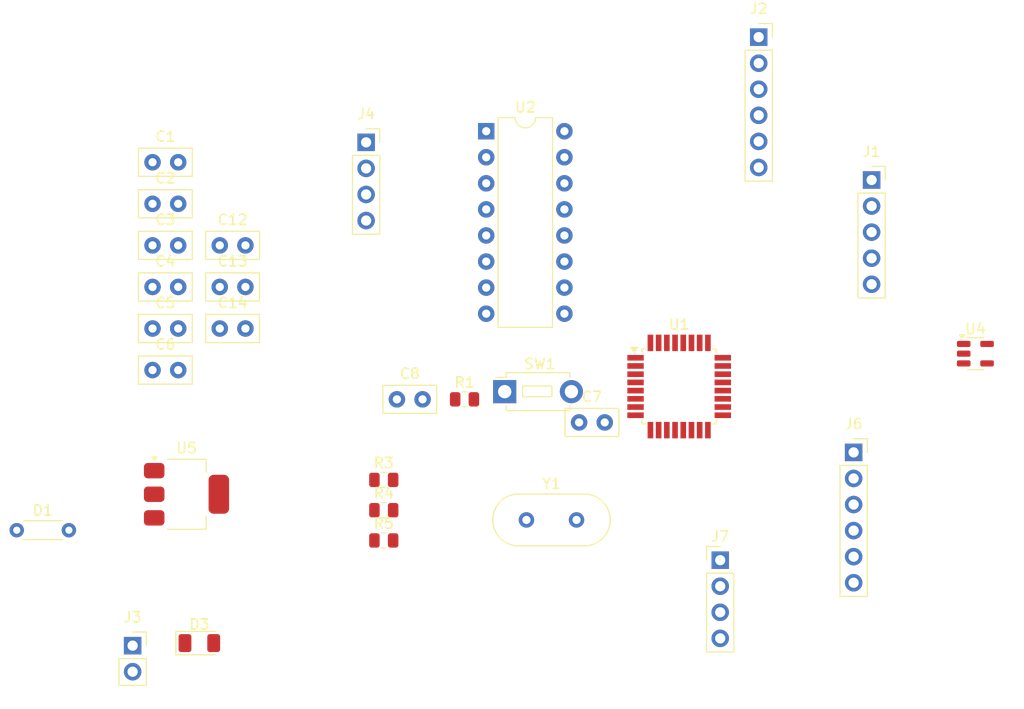
<source format=kicad_pcb>
(kicad_pcb (version 20240108) (generator "pcbnew") (generator_version "8.0")
  (layers (0 "F.Cu" signal) (31 "B.Cu" signal) (34 "B.Paste" user) (35 "F.Paste" user) (36 "B.SilkS" user "B.Silkscreen") (37 "F.SilkS" user "F.Silkscreen") (38 "B.Mask" user) (39 "F.Mask" user) (44 "Edge.Cuts" user))
  (net 0 "")
  (net 1 "GND")
  (net 2 "+5V")
  (net 3 "Net-(U1-AREF)")
  (net 4 "+3V3")
  (net 5 "XTAL1_CONN")
  (net 6 "XTAL2_CONN")
  (net 7 "RESET_CONN")
  (net 8 "+7.2V")
  (net 9 "Net-(D1-A)")
  (net 10 "Net-(D3-A)")
  (net 11 "PD2")
  (net 12 "SCL_CONN")
  (net 13 "SDA_CONN")
  (net 14 "A6")
  (net 15 "A1")
  (net 16 "A7")
  (net 17 "A3")
  (net 18 "A2")
  (net 19 "A0")
  (net 20 "ENGINE_RIGHT_VCC")
  (net 21 "ENGINE_LEFT_VCC")
  (net 22 "ENGINE_LEFT_GND")
  (net 23 "ENGINE_RIGHT_GND")
  (net 24 "SCK")
  (net 25 "MISO")
  (net 26 "MOSI")
  (net 27 "CS")
  (net 28 "RX_CONN")
  (net 29 "TX_CONN")
  (net 30 "PD6")
  (net 31 "PD5")
  (net 32 "PB0")
  (net 33 "PD4")
  (net 34 "PD7")
  (net 35 "PB1")
  (net 36 "PD3")
  (footprint "LED_SMD:LED_1206_3216Metric" (layer "F.Cu") (at 123.25 109.25)
    (property "Reference" "D3" (at 0 -1.82 0) (layer "F.SilkS"))
    (property "Value" "LED")
    (fp_line (start -2.285 -1.135) (end -2.285 1.135) (stroke (width 0.12)) (layer "F.SilkS"))
    (fp_line (start -2.285 1.135) (end 1.6 1.135) (stroke (width 0.12)) (layer "F.SilkS"))
    (fp_line (start 1.6 -1.135) (end -2.285 -1.135) (stroke (width 0.12)) (layer "F.SilkS"))
    (pad "1" smd roundrect (at -1.4 0) (size 1.25 1.75) (layers "F.Cu" "F.Paste" "F.Mask") (roundrect_rratio 0.2) (net 1 "GND"))
    (pad "2" smd roundrect (at 1.4 0) (size 1.25 1.75) (layers "F.Cu" "F.Paste" "F.Mask") (roundrect_rratio 0.2) (net 10 "Net-(D3-A)"))
  )
  (footprint "Package_QFP:TQFP-32_7x7mm_P0.8mm" (layer "F.Cu") (at 170 84.25)
    (property "Reference" "U1" (at 0 -6.05 0) (layer "F.SilkS"))
    (property "Value" "ATmega328P-A")
    (fp_line (start -3.625 -3.625) (end -3.625 -3.4) (stroke (width 0.15)) (layer "F.SilkS"))
    (fp_line (start -3.625 -3.625) (end -3.3 -3.625) (stroke (width 0.15)) (layer "F.SilkS"))
    (fp_line (start -3.625 3.625) (end -3.625 3.3) (stroke (width 0.15)) (layer "F.SilkS"))
    (fp_line (start -3.625 3.625) (end -3.3 3.625) (stroke (width 0.15)) (layer "F.SilkS"))
    (fp_line (start 3.625 -3.625) (end 3.3 -3.625) (stroke (width 0.15)) (layer "F.SilkS"))
    (fp_line (start 3.625 -3.625) (end 3.625 -3.3) (stroke (width 0.15)) (layer "F.SilkS"))
    (fp_line (start 3.625 3.625) (end 3.3 3.625) (stroke (width 0.15)) (layer "F.SilkS"))
    (fp_line (start 3.625 3.625) (end 3.625 3.3) (stroke (width 0.15)) (layer "F.SilkS"))
    (fp_poly (pts (xy -4.39 -3.34) (xy -4.73 -3.81) (xy -4.05 -3.81) (xy -4.39 -3.34)) (stroke (width 0.12)) (fill solid) (layer "F.SilkS"))
    (pad "1" smd rect (at -4.25 -2.8) (size 1.6 0.55) (layers "F.Cu" "F.Paste" "F.Mask") (net 36 "PD3"))
    (pad "2" smd rect (at -4.25 -2) (size 1.6 0.55) (layers "F.Cu" "F.Paste" "F.Mask") (net 33 "PD4"))
    (pad "3" smd rect (at -4.25 -1.2) (size 1.6 0.55) (layers "F.Cu" "F.Paste" "F.Mask") (net 1 "GND"))
    (pad "4" smd rect (at -4.25 -0.4) (size 1.6 0.55) (layers "F.Cu" "F.Paste" "F.Mask") (net 2 "+5V"))
    (pad "5" smd rect (at -4.25 0.4) (size 1.6 0.55) (layers "F.Cu" "F.Paste" "F.Mask") (net 1 "GND"))
    (pad "6" smd rect (at -4.25 1.2) (size 1.6 0.55) (layers "F.Cu" "F.Paste" "F.Mask") (net 2 "+5V"))
    (pad "7" smd rect (at -4.25 2) (size 1.6 0.55) (layers "F.Cu" "F.Paste" "F.Mask") (net 5 "XTAL1_CONN"))
    (pad "8" smd rect (at -4.25 2.8) (size 1.6 0.55) (layers "F.Cu" "F.Paste" "F.Mask") (net 6 "XTAL2_CONN"))
    (pad "9" smd rect (at -2.8 4.25 90) (size 1.6 0.55) (layers "F.Cu" "F.Paste" "F.Mask") (net 31 "PD5"))
    (pad "10" smd rect (at -2 4.25 90) (size 1.6 0.55) (layers "F.Cu" "F.Paste" "F.Mask") (net 30 "PD6"))
    (pad "11" smd rect (at -1.2 4.25 90) (size 1.6 0.55) (layers "F.Cu" "F.Paste" "F.Mask") (net 34 "PD7"))
    (pad "12" smd rect (at -0.4 4.25 90) (size 1.6 0.55) (layers "F.Cu" "F.Paste" "F.Mask") (net 32 "PB0"))
    (pad "13" smd rect (at 0.4 4.25 90) (size 1.6 0.55) (layers "F.Cu" "F.Paste" "F.Mask") (net 35 "PB1"))
    (pad "14" smd rect (at 1.2 4.25 90) (size 1.6 0.55) (layers "F.Cu" "F.Paste" "F.Mask") (net 27 "CS"))
    (pad "15" smd rect (at 2 4.25 90) (size 1.6 0.55) (layers "F.Cu" "F.Paste" "F.Mask") (net 26 "MOSI"))
    (pad "16" smd rect (at 2.8 4.25 90) (size 1.6 0.55) (layers "F.Cu" "F.Paste" "F.Mask") (net 25 "MISO"))
    (pad "17" smd rect (at 4.25 2.8) (size 1.6 0.55) (layers "F.Cu" "F.Paste" "F.Mask") (net 24 "SCK"))
    (pad "18" smd rect (at 4.25 2) (size 1.6 0.55) (layers "F.Cu" "F.Paste" "F.Mask") (net 2 "+5V"))
    (pad "19" smd rect (at 4.25 1.2) (size 1.6 0.55) (layers "F.Cu" "F.Paste" "F.Mask") (net 14 "A6"))
    (pad "20" smd rect (at 4.25 0.4) (size 1.6 0.55) (layers "F.Cu" "F.Paste" "F.Mask") (net 3 "Net-(U1-AREF)"))
    (pad "21" smd rect (at 4.25 -0.4) (size 1.6 0.55) (layers "F.Cu" "F.Paste" "F.Mask") (net 1 "GND"))
    (pad "22" smd rect (at 4.25 -1.2) (size 1.6 0.55) (layers "F.Cu" "F.Paste" "F.Mask") (net 16 "A7"))
    (pad "23" smd rect (at 4.25 -2) (size 1.6 0.55) (layers "F.Cu" "F.Paste" "F.Mask") (net 19 "A0"))
    (pad "24" smd rect (at 4.25 -2.8) (size 1.6 0.55) (layers "F.Cu" "F.Paste" "F.Mask") (net 15 "A1"))
    (pad "25" smd rect (at 2.8 -4.25 90) (size 1.6 0.55) (layers "F.Cu" "F.Paste" "F.Mask") (net 18 "A2"))
    (pad "26" smd rect (at 2 -4.25 90) (size 1.6 0.55) (layers "F.Cu" "F.Paste" "F.Mask") (net 17 "A3"))
    (pad "27" smd rect (at 1.2 -4.25 90) (size 1.6 0.55) (layers "F.Cu" "F.Paste" "F.Mask") (net 13 "SDA_CONN"))
    (pad "28" smd rect (at 0.4 -4.25 90) (size 1.6 0.55) (layers "F.Cu" "F.Paste" "F.Mask") (net 12 "SCL_CONN"))
    (pad "29" smd rect (at -0.4 -4.25 90) (size 1.6 0.55) (layers "F.Cu" "F.Paste" "F.Mask") (net 7 "RESET_CONN"))
    (pad "30" smd rect (at -1.2 -4.25 90) (size 1.6 0.55) (layers "F.Cu" "F.Paste" "F.Mask") (net 28 "RX_CONN"))
    (pad "31" smd rect (at -2 -4.25 90) (size 1.6 0.55) (layers "F.Cu" "F.Paste" "F.Mask") (net 29 "TX_CONN"))
    (pad "32" smd rect (at -2.8 -4.25 90) (size 1.6 0.55) (layers "F.Cu" "F.Paste" "F.Mask") (net 11 "PD2"))
  )
  (footprint "Capacitor_THT:C_Disc_D5.0mm_W2.5mm_P2.50mm" (layer "F.Cu") (at 125.24 74.55)
    (property "Reference" "C13" (at 1.25 -2.5 0) (layer "F.SilkS"))
    (property "Value" "47uF")
    (fp_line (start -1.37 -1.37) (end -1.37 1.37) (stroke (width 0.12)) (layer "F.SilkS"))
    (fp_line (start -1.37 -1.37) (end 3.87 -1.37) (stroke (width 0.12)) (layer "F.SilkS"))
    (fp_line (start -1.37 1.37) (end 3.87 1.37) (stroke (width 0.12)) (layer "F.SilkS"))
    (fp_line (start 3.87 -1.37) (end 3.87 1.37) (stroke (width 0.12)) (layer "F.SilkS"))
    (pad "1" thru_hole circle (at 0 0) (size 1.6 1.6) (drill 0.8) (layers "*.Cu" "*.Mask") (net 1 "GND"))
    (pad "2" thru_hole circle (at 2.5 0) (size 1.6 1.6) (drill 0.8) (layers "*.Cu" "*.Mask") (net 2 "+5V"))
  )
  (footprint "Resistor_SMD:R_0805_2012Metric" (layer "F.Cu") (at 149.0875 85.5)
    (property "Reference" "R1" (at 0 -1.65 0) (layer "F.SilkS"))
    (property "Value" "10k")
    (fp_line (start -0.227064 -0.735) (end 0.227064 -0.735) (stroke (width 0.12)) (layer "F.SilkS"))
    (fp_line (start -0.227064 0.735) (end 0.227064 0.735) (stroke (width 0.12)) (layer "F.SilkS"))
    (pad "1" smd roundrect (at -0.9125 0) (size 1.025 1.4) (layers "F.Cu" "F.Paste" "F.Mask") (roundrect_rratio 0.243902) (net 2 "+5V"))
    (pad "2" smd roundrect (at 0.9125 0) (size 1.025 1.4) (layers "F.Cu" "F.Paste" "F.Mask") (roundrect_rratio 0.243902) (net 7 "RESET_CONN"))
  )
  (footprint "Capacitor_THT:C_Disc_D5.0mm_W2.5mm_P2.50mm" (layer "F.Cu") (at 118.69 62.4)
    (property "Reference" "C1" (at 1.25 -2.5 0) (layer "F.SilkS"))
    (property "Value" "100nF")
    (fp_line (start -1.37 -1.37) (end -1.37 1.37) (stroke (width 0.12)) (layer "F.SilkS"))
    (fp_line (start -1.37 -1.37) (end 3.87 -1.37) (stroke (width 0.12)) (layer "F.SilkS"))
    (fp_line (start -1.37 1.37) (end 3.87 1.37) (stroke (width 0.12)) (layer "F.SilkS"))
    (fp_line (start 3.87 -1.37) (end 3.87 1.37) (stroke (width 0.12)) (layer "F.SilkS"))
    (pad "1" thru_hole circle (at 0 0) (size 1.6 1.6) (drill 0.8) (layers "*.Cu" "*.Mask") (net 1 "GND"))
    (pad "2" thru_hole circle (at 2.5 0) (size 1.6 1.6) (drill 0.8) (layers "*.Cu" "*.Mask") (net 2 "+5V"))
  )
  (footprint "Capacitor_THT:C_Disc_D5.0mm_W2.5mm_P2.50mm" (layer "F.Cu") (at 125.24 78.6)
    (property "Reference" "C14" (at 1.25 -2.5 0) (layer "F.SilkS"))
    (property "Value" "100nF")
    (fp_line (start -1.37 -1.37) (end -1.37 1.37) (stroke (width 0.12)) (layer "F.SilkS"))
    (fp_line (start -1.37 -1.37) (end 3.87 -1.37) (stroke (width 0.12)) (layer "F.SilkS"))
    (fp_line (start -1.37 1.37) (end 3.87 1.37) (stroke (width 0.12)) (layer "F.SilkS"))
    (fp_line (start 3.87 -1.37) (end 3.87 1.37) (stroke (width 0.12)) (layer "F.SilkS"))
    (pad "1" thru_hole circle (at 0 0) (size 1.6 1.6) (drill 0.8) (layers "*.Cu" "*.Mask") (net 1 "GND"))
    (pad "2" thru_hole circle (at 2.5 0) (size 1.6 1.6) (drill 0.8) (layers "*.Cu" "*.Mask") (net 2 "+5V"))
  )
  (footprint "Resistor_SMD:R_0805_2012Metric" (layer "F.Cu") (at 141.22 93.35)
    (property "Reference" "R3" (at 0 -1.65 0) (layer "F.SilkS"))
    (property "Value" "330")
    (fp_line (start -0.227064 -0.735) (end 0.227064 -0.735) (stroke (width 0.12)) (layer "F.SilkS"))
    (fp_line (start -0.227064 0.735) (end 0.227064 0.735) (stroke (width 0.12)) (layer "F.SilkS"))
    (pad "1" smd roundrect (at -0.9125 0) (size 1.025 1.4) (layers "F.Cu" "F.Paste" "F.Mask") (roundrect_rratio 0.243902) (net 30 "PD6"))
    (pad "2" smd roundrect (at 0.9125 0) (size 1.025 1.4) (layers "F.Cu" "F.Paste" "F.Mask") (roundrect_rratio 0.243902) (net 10 "Net-(D3-A)"))
  )
  (footprint "Capacitor_THT:C_Disc_D5.0mm_W2.5mm_P2.50mm" (layer "F.Cu") (at 118.69 82.65)
    (property "Reference" "C6" (at 1.25 -2.5 0) (layer "F.SilkS"))
    (property "Value" "100nF")
    (fp_line (start -1.37 -1.37) (end -1.37 1.37) (stroke (width 0.12)) (layer "F.SilkS"))
    (fp_line (start -1.37 -1.37) (end 3.87 -1.37) (stroke (width 0.12)) (layer "F.SilkS"))
    (fp_line (start -1.37 1.37) (end 3.87 1.37) (stroke (width 0.12)) (layer "F.SilkS"))
    (fp_line (start 3.87 -1.37) (end 3.87 1.37) (stroke (width 0.12)) (layer "F.SilkS"))
    (pad "1" thru_hole circle (at 0 0) (size 1.6 1.6) (drill 0.8) (layers "*.Cu" "*.Mask") (net 1 "GND"))
    (pad "2" thru_hole circle (at 2.5 0) (size 1.6 1.6) (drill 0.8) (layers "*.Cu" "*.Mask") (net 5 "XTAL1_CONN"))
  )
  (footprint "Resistor_SMD:R_0805_2012Metric" (layer "F.Cu") (at 141.22 96.3)
    (property "Reference" "R4" (at 0 -1.65 0) (layer "F.SilkS"))
    (property "Value" "4.7k")
    (fp_line (start -0.227064 -0.735) (end 0.227064 -0.735) (stroke (width 0.12)) (layer "F.SilkS"))
    (fp_line (start -0.227064 0.735) (end 0.227064 0.735) (stroke (width 0.12)) (layer "F.SilkS"))
    (pad "1" smd roundrect (at -0.9125 0) (size 1.025 1.4) (layers "F.Cu" "F.Paste" "F.Mask") (roundrect_rratio 0.243902) (net 2 "+5V"))
    (pad "2" smd roundrect (at 0.9125 0) (size 1.025 1.4) (layers "F.Cu" "F.Paste" "F.Mask") (roundrect_rratio 0.243902) (net 12 "SCL_CONN"))
  )
  (footprint "Capacitor_THT:C_Disc_D5.0mm_W2.5mm_P2.50mm" (layer "F.Cu") (at 118.69 78.6)
    (property "Reference" "C5" (at 1.25 -2.5 0) (layer "F.SilkS"))
    (property "Value" "1uF")
    (fp_line (start -1.37 -1.37) (end -1.37 1.37) (stroke (width 0.12)) (layer "F.SilkS"))
    (fp_line (start -1.37 -1.37) (end 3.87 -1.37) (stroke (width 0.12)) (layer "F.SilkS"))
    (fp_line (start -1.37 1.37) (end 3.87 1.37) (stroke (width 0.12)) (layer "F.SilkS"))
    (fp_line (start 3.87 -1.37) (end 3.87 1.37) (stroke (width 0.12)) (layer "F.SilkS"))
    (pad "1" thru_hole circle (at 0 0) (size 1.6 1.6) (drill 0.8) (layers "*.Cu" "*.Mask") (net 1 "GND"))
    (pad "2" thru_hole circle (at 2.5 0) (size 1.6 1.6) (drill 0.8) (layers "*.Cu" "*.Mask") (net 4 "+3V3"))
  )
  (footprint "Connector_PinSocket_2.54mm:PinSocket_1x02_P2.54mm_Vertical" (layer "F.Cu") (at 116.75 109.5)
    (property "Reference" "J3" (at 0 -2.77 0) (layer "F.SilkS"))
    (property "Value" "Conn_01x02_Socket")
    (fp_line (start -1.33 1.27) (end -1.33 3.87) (stroke (width 0.12)) (layer "F.SilkS"))
    (fp_line (start -1.33 1.27) (end 1.33 1.27) (stroke (width 0.12)) (layer "F.SilkS"))
    (fp_line (start -1.33 3.87) (end 1.33 3.87) (stroke (width 0.12)) (layer "F.SilkS"))
    (fp_line (start 0 -1.33) (end 1.33 -1.33) (stroke (width 0.12)) (layer "F.SilkS"))
    (fp_line (start 1.33 -1.33) (end 1.33 0) (stroke (width 0.12)) (layer "F.SilkS"))
    (fp_line (start 1.33 1.27) (end 1.33 3.87) (stroke (width 0.12)) (layer "F.SilkS"))
    (pad "1" thru_hole rect (at 0 0) (size 1.7 1.7) (drill 1) (layers "*.Cu" "*.Mask") (net 1 "GND"))
    (pad "2" thru_hole oval (at 0 2.54) (size 1.7 1.7) (drill 1) (layers "*.Cu" "*.Mask") (net 9 "Net-(D1-A)"))
  )
  (footprint "Package_TO_SOT_SMD:SOT-23-5" (layer "F.Cu") (at 198.8625 81.05)
    (property "Reference" "U4" (at 0 -2.4 0) (layer "F.SilkS"))
    (property "Value" "LP2985-3.3")
    (fp_line (start 0 -1.56) (end -0.8 -1.56) (stroke (width 0.12)) (layer "F.SilkS"))
    (fp_line (start 0 -1.56) (end 0.8 -1.56) (stroke (width 0.12)) (layer "F.SilkS"))
    (fp_line (start 0 1.56) (end -0.8 1.56) (stroke (width 0.12)) (layer "F.SilkS"))
    (fp_line (start 0 1.56) (end 0.8 1.56) (stroke (width 0.12)) (layer "F.SilkS"))
    (fp_poly (pts (xy -1.3 -1.51) (xy -1.54 -1.84) (xy -1.06 -1.84) (xy -1.3 -1.51)) (stroke (width 0.12)) (fill solid) (layer "F.SilkS"))
    (pad "1" smd roundrect (at -1.1375 -0.95) (size 1.325 0.6) (layers "F.Cu" "F.Paste" "F.Mask") (net 2 "+5V"))
    (pad "2" smd roundrect (at -1.1375 0) (size 1.325 0.6) (layers "F.Cu" "F.Paste" "F.Mask") (net 1 "GND"))
    (pad "3" smd roundrect (at -1.1375 0.95) (size 1.325 0.6) (layers "F.Cu" "F.Paste" "F.Mask") (net 2 "+5V"))
    (pad "4" smd roundrect (at 1.1375 0.95) (size 1.325 0.6) (layers "F.Cu" "F.Paste" "F.Mask") (net 1 "GND"))
    (pad "5" smd roundrect (at 1.1375 -0.95) (size 1.325 0.6) (layers "F.Cu" "F.Paste" "F.Mask") (net 4 "+3V3"))
  )
  (footprint "Capacitor_THT:C_Disc_D5.0mm_W2.5mm_P2.50mm" (layer "F.Cu") (at 118.69 70.5)
    (property "Reference" "C3" (at 1.25 -2.5 0) (layer "F.SilkS"))
    (property "Value" "100nF")
    (fp_line (start -1.37 -1.37) (end -1.37 1.37) (stroke (width 0.12)) (layer "F.SilkS"))
    (fp_line (start -1.37 -1.37) (end 3.87 -1.37) (stroke (width 0.12)) (layer "F.SilkS"))
    (fp_line (start -1.37 1.37) (end 3.87 1.37) (stroke (width 0.12)) (layer "F.SilkS"))
    (fp_line (start 3.87 -1.37) (end 3.87 1.37) (stroke (width 0.12)) (layer "F.SilkS"))
    (pad "1" thru_hole circle (at 0 0) (size 1.6 1.6) (drill 0.8) (layers "*.Cu" "*.Mask") (net 1 "GND"))
    (pad "2" thru_hole circle (at 2.5 0) (size 1.6 1.6) (drill 0.8) (layers "*.Cu" "*.Mask") (net 3 "Net-(U1-AREF)"))
  )
  (footprint "Package_TO_SOT_SMD:SOT-223-3_TabPin2" (layer "F.Cu") (at 122 94.75)
    (property "Reference" "U5" (at 0 -4.5 0) (layer "F.SilkS"))
    (property "Value" "NCP1117-5.0_SOT223")
    (fp_line (start -1.85 -3.41) (end 1.91 -3.41) (stroke (width 0.12)) (layer "F.SilkS"))
    (fp_line (start -1.85 3.41) (end 1.91 3.41) (stroke (width 0.12)) (layer "F.SilkS"))
    (fp_line (start 1.91 -3.41) (end 1.91 -2.15) (stroke (width 0.12)) (layer "F.SilkS"))
    (fp_line (start 1.91 3.41) (end 1.91 2.15) (stroke (width 0.12)) (layer "F.SilkS"))
    (fp_poly (pts (xy -3.13 -3.31) (xy -3.37 -3.64) (xy -2.89 -3.64) (xy -3.13 -3.31)) (stroke (width 0.12)) (fill solid) (layer "F.SilkS"))
    (pad "1" smd roundrect (at -3.15 -2.3) (size 2 1.5) (layers "F.Cu" "F.Paste" "F.Mask") (net 1 "GND"))
    (pad "2" smd roundrect (at -3.15 0) (size 2 1.5) (layers "F.Cu" "F.Paste" "F.Mask") (net 2 "+5V"))
    (pad "2" smd roundrect (at 3.15 0) (size 2 3.8) (layers "F.Cu" "F.Paste" "F.Mask") (net 2 "+5V"))
    (pad "3" smd roundrect (at -3.15 2.3) (size 2 1.5) (layers "F.Cu" "F.Paste" "F.Mask") (net 8 "+7.2V"))
  )
  (footprint "Connector_PinHeader_2.54mm:PinHeader_1x04_P2.54mm_Vertical" (layer "F.Cu") (at 174 101.17)
    (property "Reference" "J7" (at 0 -2.33 0) (layer "F.SilkS"))
    (property "Value" "Conn_01x04_Pin")
    (fp_line (start -1.33 -1.33) (end 0 -1.33) (stroke (width 0.12)) (layer "F.SilkS"))
    (fp_line (start -1.33 0) (end -1.33 -1.33) (stroke (width 0.12)) (layer "F.SilkS"))
    (fp_line (start -1.33 1.27) (end -1.33 8.95) (stroke (width 0.12)) (layer "F.SilkS"))
    (fp_line (start -1.33 1.27) (end 1.33 1.27) (stroke (width 0.12)) (layer "F.SilkS"))
    (fp_line (start -1.33 8.95) (end 1.33 8.95) (stroke (width 0.12)) (layer "F.SilkS"))
    (fp_line (start 1.33 1.27) (end 1.33 8.95) (stroke (width 0.12)) (layer "F.SilkS"))
    (pad "1" thru_hole rect (at 0 0) (size 1.7 1.7) (drill 1) (layers "*.Cu" "*.Mask") (net 1 "GND"))
    (pad "2" thru_hole oval (at 0 2.54) (size 1.7 1.7) (drill 1) (layers "*.Cu" "*.Mask") (net 29 "TX_CONN"))
    (pad "3" thru_hole oval (at 0 5.08) (size 1.7 1.7) (drill 1) (layers "*.Cu" "*.Mask") (net 28 "RX_CONN"))
    (pad "4" thru_hole oval (at 0 7.62) (size 1.7 1.7) (drill 1) (layers "*.Cu" "*.Mask") (net 2 "+5V"))
  )
  (footprint "Connector_PinSocket_2.54mm:PinSocket_1x05_P2.54mm_Vertical" (layer "F.Cu") (at 188.75 64.13)
    (property "Reference" "J1" (at 0 -2.77 0) (layer "F.SilkS"))
    (property "Value" "I2C")
    (fp_line (start -1.33 1.27) (end -1.33 11.49) (stroke (width 0.12)) (layer "F.SilkS"))
    (fp_line (start -1.33 1.27) (end 1.33 1.27) (stroke (width 0.12)) (layer "F.SilkS"))
    (fp_line (start -1.33 11.49) (end 1.33 11.49) (stroke (width 0.12)) (layer "F.SilkS"))
    (fp_line (start 0 -1.33) (end 1.33 -1.33) (stroke (width 0.12)) (layer "F.SilkS"))
    (fp_line (start 1.33 -1.33) (end 1.33 0) (stroke (width 0.12)) (layer "F.SilkS"))
    (fp_line (start 1.33 1.27) (end 1.33 11.49) (stroke (width 0.12)) (layer "F.SilkS"))
    (pad "1" thru_hole rect (at 0 0) (size 1.7 1.7) (drill 1) (layers "*.Cu" "*.Mask") (net 11 "PD2"))
    (pad "2" thru_hole oval (at 0 2.54) (size 1.7 1.7) (drill 1) (layers "*.Cu" "*.Mask") (net 12 "SCL_CONN"))
    (pad "3" thru_hole oval (at 0 5.08) (size 1.7 1.7) (drill 1) (layers "*.Cu" "*.Mask") (net 13 "SDA_CONN"))
    (pad "4" thru_hole oval (at 0 7.62) (size 1.7 1.7) (drill 1) (layers "*.Cu" "*.Mask") (net 1 "GND"))
    (pad "5" thru_hole oval (at 0 10.16) (size 1.7 1.7) (drill 1) (layers "*.Cu" "*.Mask") (net 4 "+3V3"))
  )
  (footprint "Capacitor_THT:C_Disc_D5.0mm_W2.5mm_P2.50mm" (layer "F.Cu") (at 125.24 70.5)
    (property "Reference" "C12" (at 1.25 -2.5 0) (layer "F.SilkS"))
    (property "Value" "47uF")
    (fp_line (start -1.37 -1.37) (end -1.37 1.37) (stroke (width 0.12)) (layer "F.SilkS"))
    (fp_line (start -1.37 -1.37) (end 3.87 -1.37) (stroke (width 0.12)) (layer "F.SilkS"))
    (fp_line (start -1.37 1.37) (end 3.87 1.37) (stroke (width 0.12)) (layer "F.SilkS"))
    (fp_line (start 3.87 -1.37) (end 3.87 1.37) (stroke (width 0.12)) (layer "F.SilkS"))
    (pad "1" thru_hole circle (at 0 0) (size 1.6 1.6) (drill 0.8) (layers "*.Cu" "*.Mask") (net 1 "GND"))
    (pad "2" thru_hole circle (at 2.5 0) (size 1.6 1.6) (drill 0.8) (layers "*.Cu" "*.Mask") (net 8 "+7.2V"))
  )
  (footprint "Resistor_SMD:R_0805_2012Metric" (layer "F.Cu") (at 141.22 99.25)
    (property "Reference" "R5" (at 0 -1.65 0) (layer "F.SilkS"))
    (property "Value" "4.7k")
    (fp_line (start -0.227064 -0.735) (end 0.227064 -0.735) (stroke (width 0.12)) (layer "F.SilkS"))
    (fp_line (start -0.227064 0.735) (end 0.227064 0.735) (stroke (width 0.12)) (layer "F.SilkS"))
    (pad "1" smd roundrect (at -0.9125 0) (size 1.025 1.4) (layers "F.Cu" "F.Paste" "F.Mask") (roundrect_rratio 0.243902) (net 2 "+5V"))
    (pad "2" smd roundrect (at 0.9125 0) (size 1.025 1.4) (layers "F.Cu" "F.Paste" "F.Mask") (roundrect_rratio 0.243902) (net 13 "SDA_CONN"))
  )
  (footprint "Capacitor_THT:C_Disc_D5.0mm_W2.5mm_P2.50mm" (layer "F.Cu") (at 118.69 66.45)
    (property "Reference" "C2" (at 1.25 -2.5 0) (layer "F.SilkS"))
    (property "Value" "100nF")
    (fp_line (start -1.37 -1.37) (end -1.37 1.37) (stroke (width 0.12)) (layer "F.SilkS"))
    (fp_line (start -1.37 -1.37) (end 3.87 -1.37) (stroke (width 0.12)) (layer "F.SilkS"))
    (fp_line (start -1.37 1.37) (end 3.87 1.37) (stroke (width 0.12)) (layer "F.SilkS"))
    (fp_line (start 3.87 -1.37) (end 3.87 1.37) (stroke (width 0.12)) (layer "F.SilkS"))
    (pad "1" thru_hole circle (at 0 0) (size 1.6 1.6) (drill 0.8) (layers "*.Cu" "*.Mask") (net 1 "GND"))
    (pad "2" thru_hole circle (at 2.5 0) (size 1.6 1.6) (drill 0.8) (layers "*.Cu" "*.Mask") (net 2 "+5V"))
  )
  (footprint "Capacitor_THT:C_Disc_D5.0mm_W2.5mm_P2.50mm" (layer "F.Cu") (at 142.5 85.5)
    (property "Reference" "C8" (at 1.25 -2.5 0) (layer "F.SilkS"))
    (property "Value" "100nF")
    (fp_line (start -1.37 -1.37) (end -1.37 1.37) (stroke (width 0.12)) (layer "F.SilkS"))
    (fp_line (start -1.37 -1.37) (end 3.87 -1.37) (stroke (width 0.12)) (layer "F.SilkS"))
    (fp_line (start -1.37 1.37) (end 3.87 1.37) (stroke (width 0.12)) (layer "F.SilkS"))
    (fp_line (start 3.87 -1.37) (end 3.87 1.37) (stroke (width 0.12)) (layer "F.SilkS"))
    (pad "1" thru_hole circle (at 0 0) (size 1.6 1.6) (drill 0.8) (layers "*.Cu" "*.Mask") (net 1 "GND"))
    (pad "2" thru_hole circle (at 2.5 0) (size 1.6 1.6) (drill 0.8) (layers "*.Cu" "*.Mask") (net 7 "RESET_CONN"))
  )
  (footprint "Crystal:Crystal_HC49-4H_Vertical" (layer "F.Cu") (at 155.12 97.25)
    (property "Reference" "Y1" (at 2.44 -3.525 0) (layer "F.SilkS"))
    (property "Value" "Crystal")
    (fp_line (start -0.76 -2.525) (end 5.64 -2.525) (stroke (width 0.12)) (layer "F.SilkS"))
    (fp_line (start -0.76 2.525) (end 5.64 2.525) (stroke (width 0.12)) (layer "F.SilkS"))
    (fp_arc (start -0.76 2.525) (mid -3.285 0) (end -0.76 -2.525) (stroke (width 0.12)) (layer "F.SilkS"))
    (fp_arc (start 5.64 -2.525) (mid 8.165 0) (end 5.64 2.525) (stroke (width 0.12)) (layer "F.SilkS"))
    (pad "1" thru_hole circle (at 0 0) (size 1.5 1.5) (drill 0.8) (layers "*.Cu" "*.Mask") (net 5 "XTAL1_CONN"))
    (pad "2" thru_hole circle (at 4.88 0) (size 1.5 1.5) (drill 0.8) (layers "*.Cu" "*.Mask") (net 6 "XTAL2_CONN"))
  )
  (footprint "Capacitor_THT:C_Disc_D5.0mm_W2.5mm_P2.50mm" (layer "F.Cu") (at 118.69 74.55)
    (property "Reference" "C4" (at 1.25 -2.5 0) (layer "F.SilkS"))
    (property "Value" "100nF")
    (fp_line (start -1.37 -1.37) (end -1.37 1.37) (stroke (width 0.12)) (layer "F.SilkS"))
    (fp_line (start -1.37 -1.37) (end 3.87 -1.37) (stroke (width 0.12)) (layer "F.SilkS"))
    (fp_line (start -1.37 1.37) (end 3.87 1.37) (stroke (width 0.12)) (layer "F.SilkS"))
    (fp_line (start 3.87 -1.37) (end 3.87 1.37) (stroke (width 0.12)) (layer "F.SilkS"))
    (pad "1" thru_hole circle (at 0 0) (size 1.6 1.6) (drill 0.8) (layers "*.Cu" "*.Mask") (net 1 "GND"))
    (pad "2" thru_hole circle (at 2.5 0) (size 1.6 1.6) (drill 0.8) (layers "*.Cu" "*.Mask") (net 2 "+5V"))
  )
  (footprint "Package_DIP:DIP-16_W7.62mm" (layer "F.Cu") (at 151.2 59.375)
    (property "Reference" "U2" (at 3.81 -2.33 0) (layer "F.SilkS"))
    (property "Value" "L293D")
    (fp_line (start 1.16 -1.33) (end 1.16 19.11) (stroke (width 0.12)) (layer "F.SilkS"))
    (fp_line (start 1.16 19.11) (end 6.46 19.11) (stroke (width 0.12)) (layer "F.SilkS"))
    (fp_line (start 2.81 -1.33) (end 1.16 -1.33) (stroke (width 0.12)) (layer "F.SilkS"))
    (fp_line (start 6.46 -1.33) (end 4.81 -1.33) (stroke (width 0.12)) (layer "F.SilkS"))
    (fp_line (start 6.46 19.11) (end 6.46 -1.33) (stroke (width 0.12)) (layer "F.SilkS"))
    (fp_arc (start 4.81 -1.33) (mid 3.81 -0.33) (end 2.81 -1.33) (stroke (width 0.12)) (layer "F.SilkS"))
    (pad "1" thru_hole rect (at 0 0) (size 1.6 1.6) (drill 0.8) (layers "*.Cu" "*.Mask") (net 35 "PB1"))
    (pad "2" thru_hole oval (at 0 2.54) (size 1.6 1.6) (drill 0.8) (layers "*.Cu" "*.Mask") (net 32 "PB0"))
    (pad "3" thru_hole oval (at 0 5.08) (size 1.6 1.6) (drill 0.8) (layers "*.Cu" "*.Mask") (net 22 "ENGINE_LEFT_GND"))
    (pad "4" thru_hole oval (at 0 7.62) (size 1.6 1.6) (drill 0.8) (layers "*.Cu" "*.Mask") (net 1 "GND"))
    (pad "5" thru_hole oval (at 0 10.16) (size 1.6 1.6) (drill 0.8) (layers "*.Cu" "*.Mask") (net 1 "GND"))
    (pad "6" thru_hole oval (at 0 12.7) (size 1.6 1.6) (drill 0.8) (layers "*.Cu" "*.Mask") (net 21 "ENGINE_LEFT_VCC"))
    (pad "7" thru_hole oval (at 0 15.24) (size 1.6 1.6) (drill 0.8) (layers "*.Cu" "*.Mask") (net 34 "PD7"))
    (pad "8" thru_hole oval (at 0 17.78) (size 1.6 1.6) (drill 0.8) (layers "*.Cu" "*.Mask") (net 8 "+7.2V"))
    (pad "9" thru_hole oval (at 7.62 17.78) (size 1.6 1.6) (drill 0.8) (layers "*.Cu" "*.Mask") (net 36 "PD3"))
    (pad "10" thru_hole oval (at 7.62 15.24) (size 1.6 1.6) (drill 0.8) (layers "*.Cu" "*.Mask") (net 31 "PD5"))
    (pad "11" thru_hole oval (at 7.62 12.7) (size 1.6 1.6) (drill 0.8) (layers "*.Cu" "*.Mask") (net 20 "ENGINE_RIGHT_VCC"))
    (pad "12" thru_hole oval (at 7.62 10.16) (size 1.6 1.6) (drill 0.8) (layers "*.Cu" "*.Mask") (net 1 "GND"))
    (pad "13" thru_hole oval (at 7.62 7.62) (size 1.6 1.6) (drill 0.8) (layers "*.Cu" "*.Mask") (net 1 "GND"))
    (pad "14" thru_hole oval (at 7.62 5.08) (size 1.6 1.6) (drill 0.8) (layers "*.Cu" "*.Mask") (net 23 "ENGINE_RIGHT_GND"))
    (pad "15" thru_hole oval (at 7.62 2.54) (size 1.6 1.6) (drill 0.8) (layers "*.Cu" "*.Mask") (net 33 "PD4"))
    (pad "16" thru_hole oval (at 7.62 0) (size 1.6 1.6) (drill 0.8) (layers "*.Cu" "*.Mask") (net 2 "+5V"))
  )
  (footprint "Capacitor_THT:C_Disc_D5.0mm_W2.5mm_P2.50mm" (layer "F.Cu") (at 160.25 87.75)
    (property "Reference" "C7" (at 1.25 -2.5 0) (layer "F.SilkS"))
    (property "Value" "100nF")
    (fp_line (start -1.37 -1.37) (end -1.37 1.37) (stroke (width 0.12)) (layer "F.SilkS"))
    (fp_line (start -1.37 -1.37) (end 3.87 -1.37) (stroke (width 0.12)) (layer "F.SilkS"))
    (fp_line (start -1.37 1.37) (end 3.87 1.37) (stroke (width 0.12)) (layer "F.SilkS"))
    (fp_line (start 3.87 -1.37) (end 3.87 1.37) (stroke (width 0.12)) (layer "F.SilkS"))
    (pad "1" thru_hole circle (at 0 0) (size 1.6 1.6) (drill 0.8) (layers "*.Cu" "*.Mask") (net 1 "GND"))
    (pad "2" thru_hole circle (at 2.5 0) (size 1.6 1.6) (drill 0.8) (layers "*.Cu" "*.Mask") (net 6 "XTAL2_CONN"))
  )
  (footprint "Connector_PinSocket_2.54mm:PinSocket_1x04_P2.54mm_Vertical" (layer "F.Cu") (at 139.5 60.46)
    (property "Reference" "J4" (at 0 -2.77 0) (layer "F.SilkS"))
    (property "Value" "Conn_01x04_Socket")
    (fp_line (start -1.33 1.27) (end -1.33 8.95) (stroke (width 0.12)) (layer "F.SilkS"))
    (fp_line (start -1.33 1.27) (end 1.33 1.27) (stroke (width 0.12)) (layer "F.SilkS"))
    (fp_line (start -1.33 8.95) (end 1.33 8.95) (stroke (width 0.12)) (layer "F.SilkS"))
    (fp_line (start 0 -1.33) (end 1.33 -1.33) (stroke (width 0.12)) (layer "F.SilkS"))
    (fp_line (start 1.33 -1.33) (end 1.33 0) (stroke (width 0.12)) (layer "F.SilkS"))
    (fp_line (start 1.33 1.27) (end 1.33 8.95) (stroke (width 0.12)) (layer "F.SilkS"))
    (pad "1" thru_hole rect (at 0 0) (size 1.7 1.7) (drill 1) (layers "*.Cu" "*.Mask") (net 22 "ENGINE_LEFT_GND"))
    (pad "2" thru_hole oval (at 0 2.54) (size 1.7 1.7) (drill 1) (layers "*.Cu" "*.Mask") (net 21 "ENGINE_LEFT_VCC"))
    (pad "3" thru_hole oval (at 0 5.08) (size 1.7 1.7) (drill 1) (layers "*.Cu" "*.Mask") (net 20 "ENGINE_RIGHT_VCC"))
    (pad "4" thru_hole oval (at 0 7.62) (size 1.7 1.7) (drill 1) (layers "*.Cu" "*.Mask") (net 23 "ENGINE_RIGHT_GND"))
  )
  (footprint "Connector_PinSocket_2.54mm:PinSocket_1x06_P2.54mm_Vertical" (layer "F.Cu") (at 177.75 50.21)
    (property "Reference" "J2" (at 0 -2.77 0) (layer "F.SilkS"))
    (property "Value" "Conn_01x06_Socket")
    (fp_line (start -1.33 1.27) (end -1.33 14.03) (stroke (width 0.12)) (layer "F.SilkS"))
    (fp_line (start -1.33 1.27) (end 1.33 1.27) (stroke (width 0.12)) (layer "F.SilkS"))
    (fp_line (start -1.33 14.03) (end 1.33 14.03) (stroke (width 0.12)) (layer "F.SilkS"))
    (fp_line (start 0 -1.33) (end 1.33 -1.33) (stroke (width 0.12)) (layer "F.SilkS"))
    (fp_line (start 1.33 -1.33) (end 1.33 0) (stroke (width 0.12)) (layer "F.SilkS"))
    (fp_line (start 1.33 1.27) (end 1.33 14.03) (stroke (width 0.12)) (layer "F.SilkS"))
    (pad "1" thru_hole rect (at 0 0) (size 1.7 1.7) (drill 1) (layers "*.Cu" "*.Mask") (net 19 "A0"))
    (pad "2" thru_hole oval (at 0 2.54) (size 1.7 1.7) (drill 1) (layers "*.Cu" "*.Mask") (net 15 "A1"))
    (pad "3" thru_hole oval (at 0 5.08) (size 1.7 1.7) (drill 1) (layers "*.Cu" "*.Mask") (net 18 "A2"))
    (pad "4" thru_hole oval (at 0 7.62) (size 1.7 1.7) (drill 1) (layers "*.Cu" "*.Mask") (net 17 "A3"))
    (pad "5" thru_hole oval (at 0 10.16) (size 1.7 1.7) (drill 1) (layers "*.Cu" "*.Mask") (net 14 "A6"))
    (pad "6" thru_hole oval (at 0 12.7) (size 1.7 1.7) (drill 1) (layers "*.Cu" "*.Mask") (net 16 "A7"))
  )
  (footprint "Resistor_THT:R_Axial_DIN0204_L3.6mm_D1.6mm_P5.08mm_Horizontal" (layer "F.Cu") (at 105.46 98.25)
    (property "Reference" "D1" (at 2.54 -1.92 0) (layer "F.SilkS"))
    (property "Value" "D_Schottky")
    (fp_line (start 0.62 -0.92) (end 4.46 -0.92) (stroke (width 0.12)) (layer "F.SilkS"))
    (fp_line (start 0.62 0.92) (end 4.46 0.92) (stroke (width 0.12)) (layer "F.SilkS"))
    (pad "1" thru_hole circle (at 0 0) (size 1.4 1.4) (drill 0.7) (layers "*.Cu" "*.Mask") (net 8 "+7.2V"))
    (pad "2" thru_hole oval (at 5.08 0) (size 1.4 1.4) (drill 0.7) (layers "*.Cu" "*.Mask") (net 9 "Net-(D1-A)"))
  )
  (footprint "Button_Switch_THT:SW_PUSH_1P1T_6x3.5mm_H5.0_APEM_MJTP1250" (layer "F.Cu") (at 153 84.75)
    (property "Reference" "SW1" (at 3.42 -2.7 0) (layer "F.SilkS"))
    (property "Value" "SW_Push")
    (fp_line (start 0.15 -1.85) (end 0.15 -1.39) (stroke (width 0.12)) (layer "F.SilkS"))
    (fp_line (start 0.15 -1.39) (end -0.85 -1.39) (stroke (width 0.12)) (layer "F.SilkS"))
    (fp_line (start 0.15 1.39) (end 0.15 1.85) (stroke (width 0.12)) (layer "F.SilkS"))
    (fp_line (start 0.15 1.85) (end 6.35 1.85) (stroke (width 0.12)) (layer "F.SilkS"))
    (fp_line (start 6.35 -1.85) (end 0.15 -1.85) (stroke (width 0.12)) (layer "F.SilkS"))
    (fp_line (start 6.35 -1.85) (end 6.35 -1.39) (stroke (width 0.12)) (layer "F.SilkS"))
    (fp_line (start 6.35 1.39) (end 6.35 1.85) (stroke (width 0.12)) (layer "F.SilkS"))
    (fp_rect (start 1.75 -0.55) (end 4.6 0.5) (stroke (width 0.12)) (fill none) (layer "F.SilkS"))
    (pad "1" thru_hole rect (at 0 0 90) (size 2.25 2.25) (drill 1.3) (layers "*.Cu" "*.Mask") (net 7 "RESET_CONN"))
    (pad "2" thru_hole circle (at 6.5 0 90) (size 2.25 2.25) (drill 1.3) (layers "*.Cu" "*.Mask") (net 1 "GND"))
  )
  (footprint "Connector_PinSocket_2.54mm:PinSocket_1x06_P2.54mm_Vertical" (layer "F.Cu") (at 187 90.67)
    (property "Reference" "J6" (at 0 -2.77 0) (layer "F.SilkS"))
    (property "Value" "SPI")
    (fp_line (start -1.33 1.27) (end -1.33 14.03) (stroke (width 0.12)) (layer "F.SilkS"))
    (fp_line (start -1.33 1.27) (end 1.33 1.27) (stroke (width 0.12)) (layer "F.SilkS"))
    (fp_line (start -1.33 14.03) (end 1.33 14.03) (stroke (width 0.12)) (layer "F.SilkS"))
    (fp_line (start 0 -1.33) (end 1.33 -1.33) (stroke (width 0.12)) (layer "F.SilkS"))
    (fp_line (start 1.33 -1.33) (end 1.33 0) (stroke (width 0.12)) (layer "F.SilkS"))
    (fp_line (start 1.33 1.27) (end 1.33 14.03) (stroke (width 0.12)) (layer "F.SilkS"))
    (pad "1" thru_hole rect (at 0 0) (size 1.7 1.7) (drill 1) (layers "*.Cu" "*.Mask") (net 2 "+5V"))
    (pad "2" thru_hole oval (at 0 2.54) (size 1.7 1.7) (drill 1) (layers "*.Cu" "*.Mask") (net 1 "GND"))
    (pad "3" thru_hole oval (at 0 5.08) (size 1.7 1.7) (drill 1) (layers "*.Cu" "*.Mask") (net 25 "MISO"))
    (pad "4" thru_hole oval (at 0 7.62) (size 1.7 1.7) (drill 1) (layers "*.Cu" "*.Mask") (net 26 "MOSI"))
    (pad "5" thru_hole oval (at 0 10.16) (size 1.7 1.7) (drill 1) (layers "*.Cu" "*.Mask") (net 24 "SCK"))
    (pad "6" thru_hole oval (at 0 12.7) (size 1.7 1.7) (drill 1) (layers "*.Cu" "*.Mask") (net 27 "CS"))
  )
)
</source>
